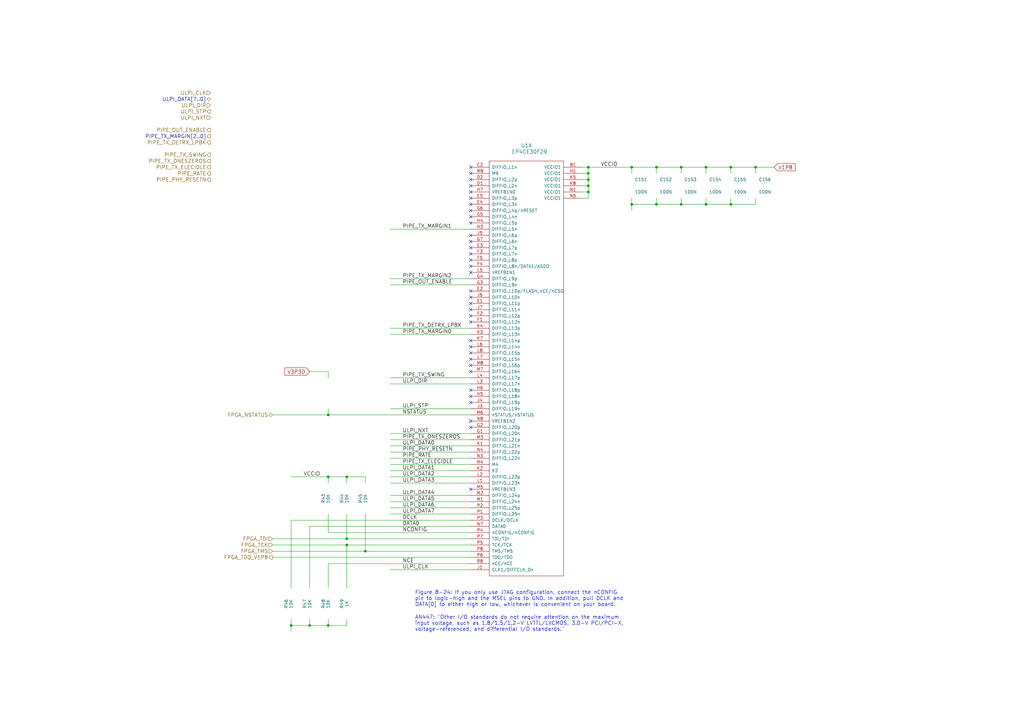
<source format=kicad_sch>
(kicad_sch (version 20230121) (generator eeschema)
  (paper "A3")
  (title_block (title "Daisho Project Main Board") (date "10 Oct 2014") (rev "0") (company "ShareBrained Technology, Inc.") (comment 1 "Copyright © 2013 Jared Boone") (comment 2 "License: GNU General Public License, version 2"))
  (junction (at 119.38 256.54))
  (junction (at 142.24 223.52))
  (junction (at 241.3 76.2))
  (junction (at 134.62 256.54))
  (junction (at 299.72 83.82))
  (junction (at 241.3 78.74))
  (junction (at 279.4 68.58))
  (junction (at 299.72 68.58))
  (junction (at 269.24 68.58))
  (junction (at 259.08 83.82))
  (junction (at 149.86 226.06))
  (junction (at 142.24 220.98))
  (junction (at 241.3 68.58))
  (junction (at 259.08 68.58))
  (junction (at 289.56 83.82))
  (junction (at 289.56 68.58))
  (junction (at 134.62 195.58))
  (junction (at 279.4 83.82))
  (junction (at 142.24 195.58))
  (junction (at 309.88 68.58))
  (junction (at 269.24 83.82))
  (junction (at 241.3 71.12))
  (junction (at 134.62 170.18))
  (junction (at 241.3 73.66))
  (junction (at 127 256.54))
  (no_connect (at 193.04 73.66))
  (no_connect (at 193.04 104.14))
  (no_connect (at 193.04 162.56))
  (no_connect (at 193.04 78.74))
  (no_connect (at 193.04 132.08))
  (no_connect (at 193.04 129.54))
  (no_connect (at 193.04 200.66))
  (no_connect (at 193.04 149.86))
  (no_connect (at 193.04 81.28))
  (no_connect (at 193.04 165.1))
  (no_connect (at 193.04 99.06))
  (no_connect (at 193.04 124.46))
  (no_connect (at 193.04 121.92))
  (no_connect (at 193.04 83.82))
  (no_connect (at 193.04 91.44))
  (no_connect (at 193.04 101.6))
  (no_connect (at 193.04 106.68))
  (no_connect (at 193.04 88.9))
  (no_connect (at 193.04 160.02))
  (no_connect (at 193.04 152.4))
  (no_connect (at 193.04 127))
  (no_connect (at 193.04 96.52))
  (no_connect (at 193.04 172.72))
  (no_connect (at 193.04 71.12))
  (no_connect (at 193.04 109.22))
  (no_connect (at 193.04 139.7))
  (no_connect (at 193.04 175.26))
  (no_connect (at 193.04 144.78))
  (no_connect (at 193.04 86.36))
  (no_connect (at 193.04 111.76))
  (no_connect (at 193.04 119.38))
  (no_connect (at 193.04 147.32))
  (no_connect (at 193.04 68.58))
  (no_connect (at 193.04 76.2))
  (no_connect (at 193.04 142.24))
  (wire (pts (xy 241.3 81.28) (xy 241.3 78.74)))
  (wire (pts (xy 127 256.54) (xy 134.62 256.54)))
  (wire (pts (xy 142.24 210.82) (xy 142.24 220.98)))
  (wire (pts (xy 241.3 78.74) (xy 241.3 76.2)))
  (wire (pts (xy 289.56 83.82) (xy 299.72 83.82)))
  (wire (pts (xy 193.04 114.3) (xy 160.02 114.3)))
  (wire (pts (xy 119.38 254) (xy 119.38 256.54)))
  (wire (pts (xy 193.04 198.12) (xy 160.02 198.12)))
  (wire (pts (xy 193.04 205.74) (xy 160.02 205.74)))
  (wire (pts (xy 142.24 195.58) (xy 142.24 198.12)))
  (wire (pts (xy 134.62 154.94) (xy 134.62 152.4)))
  (wire (pts (xy 134.62 231.14) (xy 193.04 231.14)))
  (wire (pts (xy 269.24 83.82) (xy 269.24 81.28)))
  (wire (pts (xy 119.38 213.36) (xy 119.38 241.3)))
  (wire (pts (xy 142.24 220.98) (xy 111.76 220.98)))
  (wire (pts (xy 119.38 256.54) (xy 127 256.54)))
  (wire (pts (xy 259.08 83.82) (xy 259.08 86.36)))
  (wire (pts (xy 299.72 83.82) (xy 309.88 83.82)))
  (wire (pts (xy 134.62 198.12) (xy 134.62 195.58)))
  (wire (pts (xy 149.86 198.12) (xy 149.86 195.58)))
  (wire (pts (xy 149.86 226.06) (xy 111.76 226.06)))
  (wire (pts (xy 134.62 254) (xy 134.62 256.54)))
  (wire (pts (xy 289.56 68.58) (xy 279.4 68.58)))
  (wire (pts (xy 193.04 233.68) (xy 160.02 233.68)))
  (wire (pts (xy 289.56 68.58) (xy 289.56 71.12)))
  (wire (pts (xy 149.86 195.58) (xy 142.24 195.58)))
  (wire (pts (xy 193.04 177.8) (xy 160.02 177.8)))
  (wire (pts (xy 193.04 213.36) (xy 119.38 213.36)))
  (wire (pts (xy 127 215.9) (xy 193.04 215.9)))
  (wire (pts (xy 238.76 81.28) (xy 241.3 81.28)))
  (wire (pts (xy 119.38 256.54) (xy 119.38 259.08)))
  (wire (pts (xy 193.04 190.5) (xy 160.02 190.5)))
  (wire (pts (xy 241.3 73.66) (xy 241.3 71.12)))
  (wire (pts (xy 134.62 256.54) (xy 142.24 256.54)))
  (wire (pts (xy 193.04 154.94) (xy 160.02 154.94)))
  (wire (pts (xy 142.24 256.54) (xy 142.24 254)))
  (wire (pts (xy 193.04 220.98) (xy 142.24 220.98)))
  (wire (pts (xy 149.86 210.82) (xy 149.86 226.06)))
  (wire (pts (xy 193.04 170.18) (xy 134.62 170.18)))
  (wire (pts (xy 127 256.54) (xy 127 254)))
  (wire (pts (xy 289.56 83.82) (xy 289.56 81.28)))
  (wire (pts (xy 134.62 195.58) (xy 119.38 195.58)))
  (wire (pts (xy 193.04 210.82) (xy 160.02 210.82)))
  (wire (pts (xy 259.08 68.58) (xy 241.3 68.58)))
  (wire (pts (xy 111.76 228.6) (xy 193.04 228.6)))
  (wire (pts (xy 259.08 83.82) (xy 269.24 83.82)))
  (wire (pts (xy 269.24 83.82) (xy 279.4 83.82)))
  (wire (pts (xy 134.62 170.18) (xy 111.76 170.18)))
  (wire (pts (xy 299.72 81.28) (xy 299.72 83.82)))
  (wire (pts (xy 193.04 116.84) (xy 160.02 116.84)))
  (wire (pts (xy 193.04 93.98) (xy 160.02 93.98)))
  (wire (pts (xy 241.3 68.58) (xy 238.76 68.58)))
  (wire (pts (xy 127 241.3) (xy 127 215.9)))
  (wire (pts (xy 134.62 167.64) (xy 134.62 170.18)))
  (wire (pts (xy 241.3 71.12) (xy 238.76 71.12)))
  (wire (pts (xy 317.5 68.58) (xy 309.88 68.58)))
  (wire (pts (xy 279.4 68.58) (xy 269.24 68.58)))
  (wire (pts (xy 279.4 68.58) (xy 279.4 71.12)))
  (wire (pts (xy 193.04 193.04) (xy 160.02 193.04)))
  (wire (pts (xy 241.3 73.66) (xy 238.76 73.66)))
  (wire (pts (xy 193.04 223.52) (xy 142.24 223.52)))
  (wire (pts (xy 269.24 68.58) (xy 269.24 71.12)))
  (wire (pts (xy 309.88 68.58) (xy 299.72 68.58)))
  (wire (pts (xy 134.62 241.3) (xy 134.62 231.14)))
  (wire (pts (xy 299.72 68.58) (xy 289.56 68.58)))
  (wire (pts (xy 134.62 152.4) (xy 127 152.4)))
  (wire (pts (xy 279.4 83.82) (xy 289.56 83.82)))
  (wire (pts (xy 193.04 180.34) (xy 160.02 180.34)))
  (wire (pts (xy 193.04 185.42) (xy 160.02 185.42)))
  (wire (pts (xy 193.04 218.44) (xy 134.62 218.44)))
  (wire (pts (xy 241.3 71.12) (xy 241.3 68.58)))
  (wire (pts (xy 269.24 68.58) (xy 259.08 68.58)))
  (wire (pts (xy 309.88 71.12) (xy 309.88 68.58)))
  (wire (pts (xy 142.24 241.3) (xy 142.24 223.52)))
  (wire (pts (xy 241.3 76.2) (xy 241.3 73.66)))
  (wire (pts (xy 193.04 195.58) (xy 160.02 195.58)))
  (wire (pts (xy 259.08 81.28) (xy 259.08 83.82)))
  (wire (pts (xy 193.04 157.48) (xy 160.02 157.48)))
  (wire (pts (xy 193.04 226.06) (xy 149.86 226.06)))
  (wire (pts (xy 193.04 167.64) (xy 160.02 167.64)))
  (wire (pts (xy 134.62 218.44) (xy 134.62 210.82)))
  (wire (pts (xy 193.04 134.62) (xy 160.02 134.62)))
  (wire (pts (xy 193.04 137.16) (xy 160.02 137.16)))
  (wire (pts (xy 241.3 78.74) (xy 238.76 78.74)))
  (wire (pts (xy 193.04 208.28) (xy 160.02 208.28)))
  (wire (pts (xy 241.3 76.2) (xy 238.76 76.2)))
  (wire (pts (xy 193.04 187.96) (xy 160.02 187.96)))
  (wire (pts (xy 193.04 182.88) (xy 160.02 182.88)))
  (wire (pts (xy 259.08 68.58) (xy 259.08 71.12)))
  (wire (pts (xy 309.88 83.82) (xy 309.88 81.28)))
  (wire (pts (xy 142.24 223.52) (xy 111.76 223.52)))
  (wire (pts (xy 142.24 195.58) (xy 134.62 195.58)))
  (wire (pts (xy 193.04 203.2) (xy 160.02 203.2)))
  (wire (pts (xy 279.4 83.82) (xy 279.4 81.28)))
  (wire (pts (xy 299.72 68.58) (xy 299.72 71.12)))
  (text "AN447: \"Other I/O standards do not require attention on the maximum\ninput voltage, such as 1.8/1.5/1.2-V LVTTL/LVCMOS, 3.0-V PCI/PCI-X,\nvoltage-referenced, and differential I/O standards.\"" (at 170.18 259.08 0) (effects (font (size 1.524 1.524)) (justify left bottom)))
  (text "Figure 8-24: If you only use JTAG configuration, connect the nCONFIG\npin to logic-high and the MSEL pins to GND. In addition, pull DCLK and\nDATA[0] to either high or low, whichever is convenient on your board." (at 170.18 248.92 0) (effects (font (size 1.524 1.524)) (justify left bottom)))
  (label "ULPI_DATA2" (at 165.1 195.58 0) (effects (font (size 1.524 1.524))))
  (label "ULPI_DATA5" (at 165.1 205.74 0) (effects (font (size 1.524 1.524))))
  (label "ULPI_DATA7" (at 165.1 210.82 0) (effects (font (size 1.524 1.524))))
  (label "PIPE_TX_SWING" (at 165.1 154.94 0) (effects (font (size 1.524 1.524))))
  (label "DCLK" (at 165.1 213.36 0) (effects (font (size 1.524 1.524))))
  (label "PIPE_PHY_RESETN" (at 165.1 185.42 0) (effects (font (size 1.524 1.524))))
  (label "ULPI_CLK" (at 165.1 233.68 0) (effects (font (size 1.524 1.524))))
  (label "ULPI_DATA1" (at 165.1 193.04 0) (effects (font (size 1.524 1.524))))
  (label "DATA0" (at 165.1 215.9 0) (effects (font (size 1.524 1.524))))
  (label "NCONFIG" (at 165.1 218.44 0) (effects (font (size 1.524 1.524))))
  (label "ULPI_DATA3" (at 165.1 198.12 0) (effects (font (size 1.524 1.524))))
  (label "PIPE_OUT_ENABLE" (at 165.1 116.84 0) (effects (font (size 1.524 1.524))))
  (label "ULPI_DATA6" (at 165.1 208.28 0) (effects (font (size 1.524 1.524))))
  (label "PIPE_TX_ONESZEROS" (at 165.1 180.34 0) (effects (font (size 1.524 1.524))))
  (label "ULPI_STP" (at 165.1 167.64 0) (effects (font (size 1.524 1.524))))
  (label "PIPE_TX_MARGIN0" (at 165.1 137.16 0) (effects (font (size 1.524 1.524))))
  (label "PIPE_RATE" (at 165.1 187.96 0) (effects (font (size 1.524 1.524))))
  (label "ULPI_NXT" (at 165.1 177.8 0) (effects (font (size 1.524 1.524))))
  (label "ULPI_DIR" (at 165.1 157.48 0) (effects (font (size 1.524 1.524))))
  (label "PIPE_TX_ELECIDLE" (at 165.1 190.5 0) (effects (font (size 1.524 1.524))))
  (label "NSTATUS" (at 165.1 170.18 0) (effects (font (size 1.524 1.524))))
  (label "PIPE_TX_DETRX_LPBK" (at 165.1 134.62 0) (effects (font (size 1.524 1.524))))
  (label "ULPI_DATA0" (at 165.1 182.88 0) (effects (font (size 1.524 1.524))))
  (label "PIPE_TX_MARGIN1" (at 165.1 93.98 0) (effects (font (size 1.524 1.524))))
  (label "ULPI_DATA4" (at 165.1 203.2 0) (effects (font (size 1.524 1.524))))
  (label "NCE" (at 165.1 231.14 0) (effects (font (size 1.524 1.524))))
  (label "VCCIO" (at 124.46 195.58 0) (effects (font (size 1.524 1.524))))
  (label "VCCIO" (at 246.38 68.58 0) (effects (font (size 1.524 1.524))))
  (label "PIPE_TX_MARGIN2" (at 165.1 114.3 0) (effects (font (size 1.524 1.524))))
  (global_label "V3P3D" (shape input) (at 127 152.4 180) (effects (font (size 1.524 1.524))) (property "Intersheetrefs" "${INTERSHEET_REFS}" (effects hide)))
  (global_label "V1P8" (shape input) (at 317.5 68.58 0) (effects (font (size 1.524 1.524))) (property "Intersheetrefs" "${INTERSHEET_REFS}" (effects hide)))
  (hierarchical_label "FPGA_TCK" (shape input) (at 111.76 223.52 180) (effects (font (size 1.524 1.524))))
  (hierarchical_label "FPGA_TMS" (shape input) (at 111.76 226.06 180) (effects (font (size 1.524 1.524))))
  (hierarchical_label "ULPI_STP" (shape output) (at 86.36 45.72 180) (effects (font (size 1.524 1.524))))
  (hierarchical_label "PIPE_TX_DETRX_LPBK" (shape output) (at 86.36 58.42 180) (effects (font (size 1.524 1.524))))
  (hierarchical_label "FPGA_TDO_V1P8" (shape output) (at 111.76 228.6 180) (effects (font (size 1.524 1.524))))
  (hierarchical_label "PIPE_TX_SWING" (shape output) (at 86.36 63.5 180) (effects (font (size 1.524 1.524))))
  (hierarchical_label "ULPI_DATA[7..0]" (shape bidirectional) (at 86.36 40.64 180) (effects (font (size 1.524 1.524))))
  (hierarchical_label "ULPI_CLK" (shape input) (at 86.36 38.1 180) (effects (font (size 1.524 1.524))))
  (hierarchical_label "FPGA_NSTATUS" (shape bidirectional) (at 111.76 170.18 180) (effects (font (size 1.524 1.524))))
  (hierarchical_label "FPGA_TDI" (shape input) (at 111.76 220.98 180) (effects (font (size 1.524 1.524))))
  (hierarchical_label "PIPE_RATE" (shape output) (at 86.36 71.12 180) (effects (font (size 1.524 1.524))))
  (hierarchical_label "ULPI_DIR" (shape input) (at 86.36 43.18 180) (effects (font (size 1.524 1.524))))
  (hierarchical_label "PIPE_PHY_RESETN" (shape output) (at 86.36 73.66 180) (effects (font (size 1.524 1.524))))
  (hierarchical_label "PIPE_TX_ELECIDLE" (shape output) (at 86.36 68.58 180) (effects (font (size 1.524 1.524))))
  (hierarchical_label "ULPI_NXT" (shape input) (at 86.36 48.26 180) (effects (font (size 1.524 1.524))))
  (hierarchical_label "PIPE_TX_ONESZEROS" (shape output) (at 86.36 66.04 180) (effects (font (size 1.524 1.524))))
  (hierarchical_label "PIPE_TX_MARGIN[2..0]" (shape output) (at 86.36 55.88 180) (effects (font (size 1.524 1.524))))
  (hierarchical_label "PIPE_OUT_ENABLE" (shape output) (at 86.36 53.34 180) (effects (font (size 1.524 1.524))))
  (symbol (lib_id "ep4ce30f29:EP4CE30F29") (at 215.9 60.96 0) (unit 1)
    (property "Reference" "U1" (at 215.9 59.69 0) (effects (font (size 1.524 1.524))))
    (property "Value" "EP4CE30F29" (at 217.17 62.23 0) (effects (font (size 1.524 1.524))))
    (property "Manufacturer" "Altera" (effects hide))
    (property "Part Number" "EP4CE30F29C8N" (effects hide))
  )
  (symbol (lib_id "R") (at 119.38 247.65 0) (mirror y) (unit 1)
    (property "Reference" "R46" (at 117.348 247.65 90))
    (property "Value" "10K" (at 119.38 247.65 90))
    (property "Manufacturer" "Stackpole" (effects hide))
    (property "Part Number" "RMCF0402JT10K0" (effects hide))
  )
  (symbol (lib_id "R") (at 127 247.65 0) (mirror y) (unit 1)
    (property "Reference" "R47" (at 124.968 247.65 90))
    (property "Value" "10K" (at 127 247.65 90))
    (property "Manufacturer" "Stackpole" (effects hide))
    (property "Part Number" "RMCF0402JT10K0" (effects hide))
  )
  (symbol (lib_id "R") (at 134.62 204.47 0) (mirror y) (unit 1)
    (property "Reference" "R43" (at 132.588 204.47 90))
    (property "Value" "10K" (at 134.62 204.47 90))
    (property "Manufacturer" "Stackpole" (effects hide))
    (property "Part Number" "RMCF0402JT10K0" (effects hide))
  )
  (symbol (lib_id "R") (at 134.62 247.65 0) (mirror y) (unit 1)
    (property "Reference" "R48" (at 132.588 247.65 90))
    (property "Value" "10K" (at 134.62 247.65 90))
    (property "Manufacturer" "Stackpole" (effects hide))
    (property "Part Number" "RMCF0402JT10K0" (effects hide))
  )
  (symbol (lib_id "GND") (at 119.38 259.08 0) (unit 1)
    (property "Reference" "#PWR02" (effects hide))
    (property "Value" "GND" (effects hide))
  )
  (symbol (lib_id "R") (at 134.62 161.29 0) (mirror y) (unit 1)
    (property "Reference" "R50" (at 132.588 161.29 90))
    (property "Value" "10K" (at 134.62 161.29 90))
    (property "Manufacturer" "Stackpole" (effects hide))
    (property "Part Number" "RMCF0402JT10K0" (effects hide))
  )
  (symbol (lib_id "R") (at 142.24 204.47 0) (mirror y) (unit 1)
    (property "Reference" "R44" (at 140.208 204.47 90))
    (property "Value" "10K" (at 142.24 204.47 90))
    (property "Manufacturer" "Stackpole" (effects hide))
    (property "Part Number" "RMCF0402JT10K0" (effects hide))
  )
  (symbol (lib_id "R") (at 149.86 204.47 0) (mirror y) (unit 1)
    (property "Reference" "R45" (at 147.828 204.47 90))
    (property "Value" "10K" (at 149.86 204.47 90))
    (property "Manufacturer" "Stackpole" (effects hide))
    (property "Part Number" "RMCF0402JT10K0" (effects hide))
  )
  (symbol (lib_id "R") (at 142.24 247.65 0) (mirror y) (unit 1)
    (property "Reference" "R49" (at 140.208 247.65 90))
    (property "Value" "1K" (at 142.24 247.65 90))
    (property "Manufacturer" "Stackpole" (effects hide))
    (property "Part Number" "RMCF0402FT1K00" (effects hide))
  )
  (symbol (lib_id "C") (at 259.08 76.2 0) (unit 1)
    (property "Reference" "C151" (at 260.35 73.66 0) (effects (justify left)))
    (property "Value" "100N" (at 260.35 78.74 0) (effects (justify left)))
    (property "Manufacturer" "Murata" (effects hide))
    (property "Part Number" "GRM155R61A104KA01D" (effects hide))
  )
  (symbol (lib_id "C") (at 269.24 76.2 0) (unit 1)
    (property "Reference" "C152" (at 270.51 73.66 0) (effects (justify left)))
    (property "Value" "100N" (at 270.51 78.74 0) (effects (justify left)))
    (property "Manufacturer" "Murata" (effects hide))
    (property "Part Number" "GRM155R61A104KA01D" (effects hide))
  )
  (symbol (lib_id "C") (at 279.4 76.2 0) (unit 1)
    (property "Reference" "C153" (at 280.67 73.66 0) (effects (justify left)))
    (property "Value" "100N" (at 280.67 78.74 0) (effects (justify left)))
    (property "Manufacturer" "Murata" (effects hide))
    (property "Part Number" "GRM155R61A104KA01D" (effects hide))
  )
  (symbol (lib_id "C") (at 289.56 76.2 0) (unit 1)
    (property "Reference" "C154" (at 290.83 73.66 0) (effects (justify left)))
    (property "Value" "100N" (at 290.83 78.74 0) (effects (justify left)))
    (property "Manufacturer" "Murata" (effects hide))
    (property "Part Number" "GRM155R61A104KA01D" (effects hide))
  )
  (symbol (lib_id "C") (at 299.72 76.2 0) (unit 1)
    (property "Reference" "C155" (at 300.99 73.66 0) (effects (justify left)))
    (property "Value" "100N" (at 300.99 78.74 0) (effects (justify left)))
    (property "Manufacturer" "Murata" (effects hide))
    (property "Part Number" "GRM155R61A104KA01D" (effects hide))
  )
  (symbol (lib_id "C") (at 309.88 76.2 0) (unit 1)
    (property "Reference" "C156" (at 311.15 73.66 0) (effects (justify left)))
    (property "Value" "100N" (at 311.15 78.74 0) (effects (justify left)))
    (property "Manufacturer" "Murata" (effects hide))
    (property "Part Number" "GRM155R61A104KA01D" (effects hide))
  )
  (symbol (lib_id "GND") (at 259.08 86.36 0) (unit 1)
    (property "Reference" "#PWR01" (effects hide))
    (property "Value" "GND" (effects hide))
  )
)
</source>
